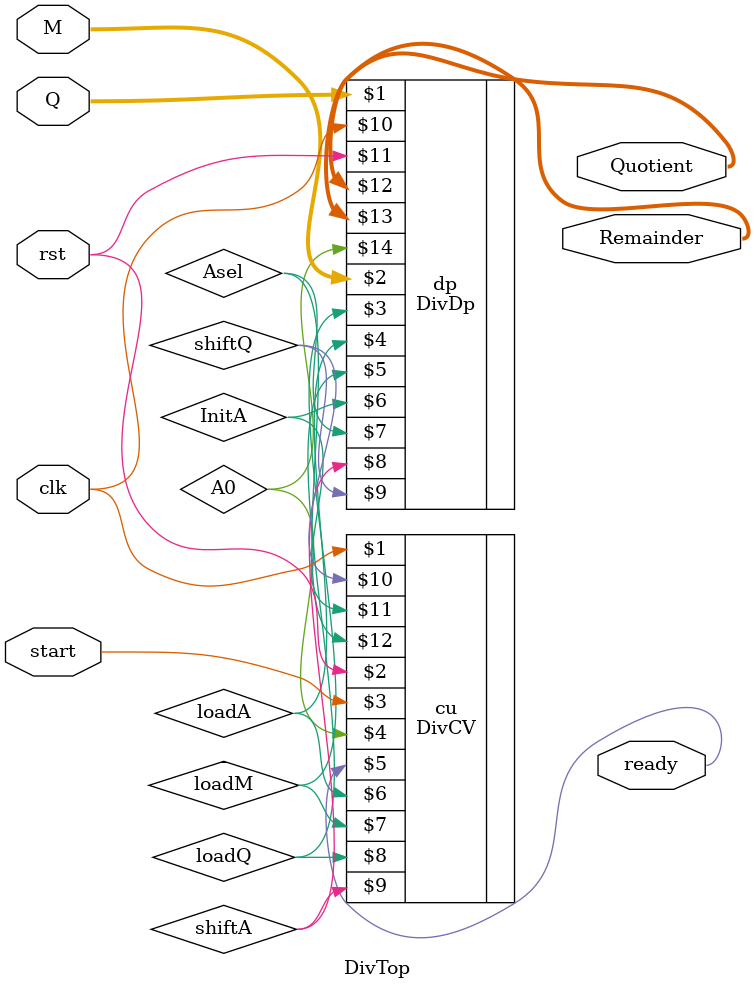
<source format=sv>
`timescale 1ns/1ns
module DivTop (input clk, rst, start, input[7:0] Q, M, output[7:0] Quotient, Remainder, output ready); 
logic loadA, loadM, loadQ, shiftA, shiftQ, InitA, Asel, A0;
DivDp dp (Q, M, loadM, loadA, loadQ, InitA, Asel, shiftA, shiftQ, clk, rst, Quotient, Remainder, A0);
DivCV cu (clk, rst, start, A0, ready, loadA, loadM, loadQ, shiftA, shiftQ, InitA, Asel);
endmodule

</source>
